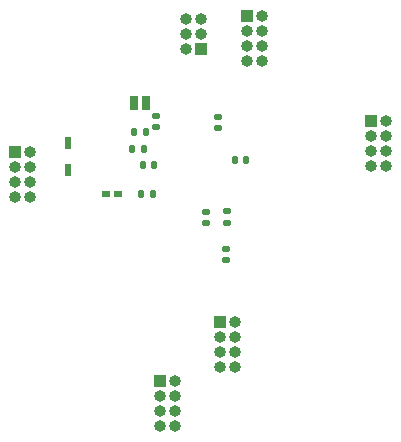
<source format=gbr>
%TF.GenerationSoftware,KiCad,Pcbnew,7.0.1*%
%TF.CreationDate,2023-05-03T15:55:27+02:00*%
%TF.ProjectId,board,626f6172-642e-46b6-9963-61645f706362,rev?*%
%TF.SameCoordinates,Original*%
%TF.FileFunction,Soldermask,Bot*%
%TF.FilePolarity,Negative*%
%FSLAX46Y46*%
G04 Gerber Fmt 4.6, Leading zero omitted, Abs format (unit mm)*
G04 Created by KiCad (PCBNEW 7.0.1) date 2023-05-03 15:55:27*
%MOMM*%
%LPD*%
G01*
G04 APERTURE LIST*
G04 Aperture macros list*
%AMRoundRect*
0 Rectangle with rounded corners*
0 $1 Rounding radius*
0 $2 $3 $4 $5 $6 $7 $8 $9 X,Y pos of 4 corners*
0 Add a 4 corners polygon primitive as box body*
4,1,4,$2,$3,$4,$5,$6,$7,$8,$9,$2,$3,0*
0 Add four circle primitives for the rounded corners*
1,1,$1+$1,$2,$3*
1,1,$1+$1,$4,$5*
1,1,$1+$1,$6,$7*
1,1,$1+$1,$8,$9*
0 Add four rect primitives between the rounded corners*
20,1,$1+$1,$2,$3,$4,$5,0*
20,1,$1+$1,$4,$5,$6,$7,0*
20,1,$1+$1,$6,$7,$8,$9,0*
20,1,$1+$1,$8,$9,$2,$3,0*%
G04 Aperture macros list end*
%ADD10R,1.000000X1.000000*%
%ADD11O,1.000000X1.000000*%
%ADD12RoundRect,0.140000X-0.140000X-0.170000X0.140000X-0.170000X0.140000X0.170000X-0.140000X0.170000X0*%
%ADD13RoundRect,0.140000X-0.170000X0.140000X-0.170000X-0.140000X0.170000X-0.140000X0.170000X0.140000X0*%
%ADD14RoundRect,0.135000X0.135000X0.185000X-0.135000X0.185000X-0.135000X-0.185000X0.135000X-0.185000X0*%
%ADD15RoundRect,0.140000X0.170000X-0.140000X0.170000X0.140000X-0.170000X0.140000X-0.170000X-0.140000X0*%
%ADD16R,0.705600X0.558800*%
%ADD17R,0.550000X1.085000*%
%ADD18RoundRect,0.140000X0.140000X0.170000X-0.140000X0.170000X-0.140000X-0.170000X0.140000X-0.170000X0*%
%ADD19R,0.635000X1.270000*%
G04 APERTURE END LIST*
D10*
%TO.C,J8*%
X238750000Y-68100000D03*
D11*
X237480000Y-68100000D03*
X238750000Y-66830000D03*
X237480000Y-66830000D03*
X238750000Y-65560000D03*
X237480000Y-65560000D03*
%TD*%
D10*
%TO.C,J9*%
X253175000Y-74150000D03*
D11*
X254445000Y-74150000D03*
X253175000Y-75420000D03*
X254445000Y-75420000D03*
X253175000Y-76690000D03*
X254445000Y-76690000D03*
X253175000Y-77960000D03*
X254445000Y-77960000D03*
%TD*%
D10*
%TO.C,J6*%
X223080000Y-76790000D03*
D11*
X224350000Y-76790000D03*
X223080000Y-78060000D03*
X224350000Y-78060000D03*
X223080000Y-79330000D03*
X224350000Y-79330000D03*
X223080000Y-80600000D03*
X224350000Y-80600000D03*
%TD*%
D10*
%TO.C,J10*%
X242655000Y-65285000D03*
D11*
X243925000Y-65285000D03*
X242655000Y-66555000D03*
X243925000Y-66555000D03*
X242655000Y-67825000D03*
X243925000Y-67825000D03*
X242655000Y-69095000D03*
X243925000Y-69095000D03*
%TD*%
D10*
%TO.C,J5*%
X235330000Y-96135000D03*
D11*
X236600000Y-96135000D03*
X235330000Y-97405000D03*
X236600000Y-97405000D03*
X235330000Y-98675000D03*
X236600000Y-98675000D03*
X235330000Y-99945000D03*
X236600000Y-99945000D03*
%TD*%
D10*
%TO.C,J7*%
X240375000Y-91200000D03*
D11*
X241645000Y-91200000D03*
X240375000Y-92470000D03*
X241645000Y-92470000D03*
X240375000Y-93740000D03*
X241645000Y-93740000D03*
X240375000Y-95010000D03*
X241645000Y-95010000D03*
%TD*%
D12*
%TO.C,C16*%
X233140000Y-75125000D03*
X234100000Y-75125000D03*
%TD*%
D13*
%TO.C,C14*%
X240925000Y-84970000D03*
X240925000Y-85930000D03*
%TD*%
D14*
%TO.C,R1*%
X233985000Y-76525000D03*
X232965000Y-76525000D03*
%TD*%
D13*
%TO.C,C10*%
X239175000Y-81870000D03*
X239175000Y-82830000D03*
%TD*%
D12*
%TO.C,C17*%
X233745000Y-80300000D03*
X234705000Y-80300000D03*
%TD*%
D15*
%TO.C,C15*%
X241000000Y-82780000D03*
X241000000Y-81820000D03*
%TD*%
D16*
%TO.C,L1*%
X230707100Y-80300000D03*
X231742900Y-80300000D03*
%TD*%
D13*
%TO.C,C12*%
X240200000Y-73795000D03*
X240200000Y-74755000D03*
%TD*%
%TO.C,C13*%
X235000000Y-73745000D03*
X235000000Y-74705000D03*
%TD*%
D17*
%TO.C,D2*%
X227525000Y-78330000D03*
X227525000Y-76050000D03*
%TD*%
D18*
%TO.C,C6*%
X234830000Y-77900000D03*
X233870000Y-77900000D03*
%TD*%
D19*
%TO.C,SJ4*%
X234133000Y-72625000D03*
X233117000Y-72625000D03*
%TD*%
D12*
%TO.C,C8*%
X241640000Y-77500000D03*
X242600000Y-77500000D03*
%TD*%
M02*

</source>
